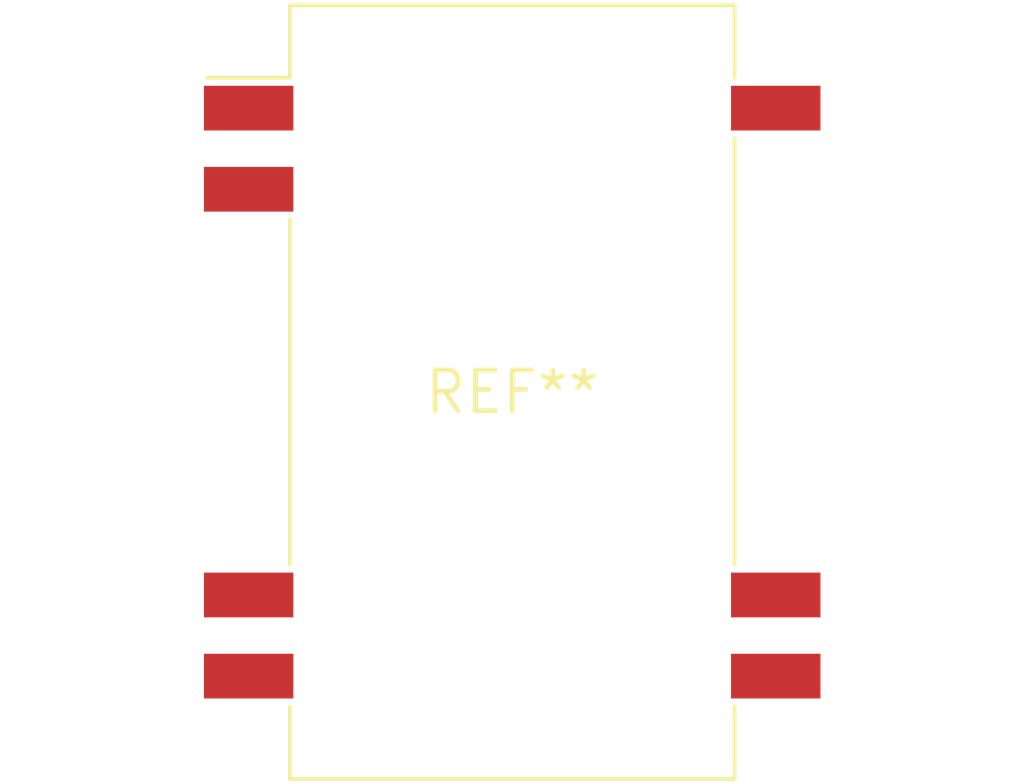
<source format=kicad_pcb>
(kicad_pcb (version 20240108) (generator pcbnew)
  (layers (0 "F.Cu" signal) (31 "B.Cu" signal) (34 "B.Paste" user) (35 "F.Paste" user) (36 "B.SilkS" user "B.Silkscreen") (37 "F.SilkS" user "F.Silkscreen") (38 "B.Mask" user) (39 "F.Mask" user) (44 "Edge.Cuts" user))
  (net 0 "")
  (footprint "Converter_DCDC_Artesyn_ATA_SMD" (layer "F.Cu") (at 0 0)
    (property "Reference" "REF**")
    (property "Value" "Converter_DCDC_Artesyn_ATA_SMD")
    (fp_line (start -6.96 -12.11) (end -6.96 -9.84) (layer "F.SilkS") (stroke (width 0.12)))
    (fp_line (start -6.96 -9.84) (end -9.55 -9.84) (layer "F.SilkS") (stroke (width 0.12)))
    (fp_line (start -6.96 -5.4) (end -6.96 5.39) (layer "F.SilkS") (stroke (width 0.12)))
    (fp_line (start -6.96 9.84) (end -6.96 12.11) (layer "F.SilkS") (stroke (width 0.12)))
    (fp_line (start 6.96 -12.11) (end -6.96 -12.11) (layer "F.SilkS") (stroke (width 0.12)))
    (fp_line (start 6.96 -12.11) (end 6.96 -9.84) (layer "F.SilkS") (stroke (width 0.12)))
    (fp_line (start 6.96 -7.93) (end 6.96 5.4) (layer "F.SilkS") (stroke (width 0.12)))
    (fp_line (start 6.96 9.84) (end 6.96 12.11) (layer "F.SilkS") (stroke (width 0.12)))
    (fp_line (start 6.96 12.11) (end -6.96 12.11) (layer "F.SilkS") (stroke (width 0.12)))
    (pad "1" smd rect (at -8.25 -8.89) (size 2.8 1.4) (layers "F.Cu" "F.Paste" "F.Mask"))
    (pad "2" smd rect (at -8.25 -6.35) (size 2.8 1.4) (layers "F.Cu" "F.Paste" "F.Mask"))
    (pad "7" smd rect (at -8.25 6.35) (size 2.8 1.4) (layers "F.Cu" "F.Paste" "F.Mask"))
    (pad "8" smd rect (at -8.25 8.89) (size 2.8 1.4) (layers "F.Cu" "F.Paste" "F.Mask"))
    (pad "9" smd rect (at 8.25 8.89) (size 2.8 1.4) (layers "F.Cu" "F.Paste" "F.Mask"))
    (pad "10" smd rect (at 8.25 6.35) (size 2.8 1.4) (layers "F.Cu" "F.Paste" "F.Mask"))
    (pad "16" smd rect (at 8.25 -8.89) (size 2.8 1.4) (layers "F.Cu" "F.Paste" "F.Mask"))
  )
)
</source>
